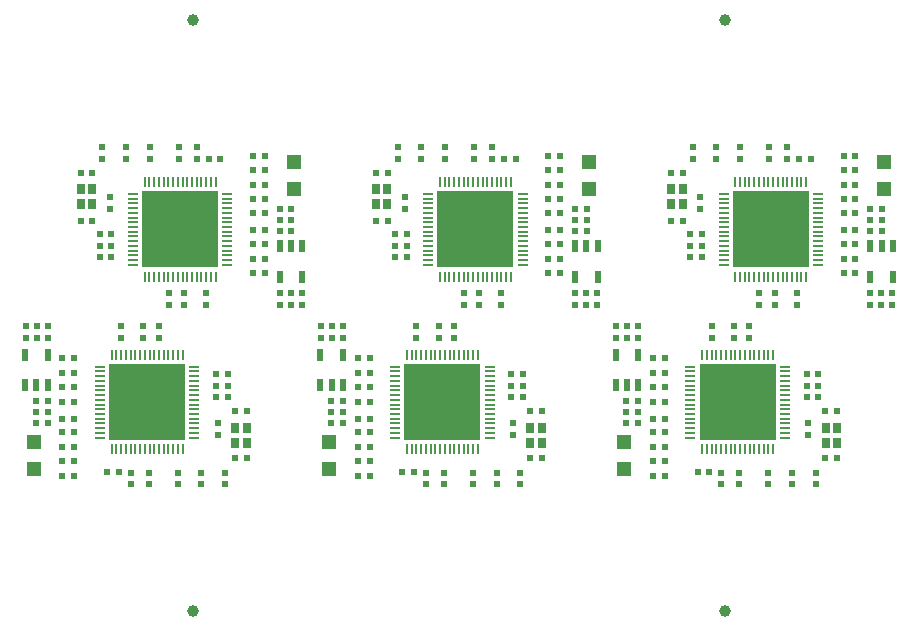
<source format=gbp>
G04*
G04 #@! TF.GenerationSoftware,Altium Limited,Altium Designer,21.1.0 (24)*
G04*
G04 Layer_Color=128*
%FSLAX25Y25*%
%MOIN*%
G70*
G04*
G04 #@! TF.SameCoordinates,3801A82C-AC67-41FB-AA52-F7C80330A8D8*
G04*
G04*
G04 #@! TF.FilePolarity,Positive*
G04*
G01*
G75*
%ADD10C,0.03937*%
%ADD12R,0.01968X0.02362*%
%ADD16R,0.02362X0.01968*%
%ADD26R,0.00984X0.03347*%
%ADD27R,0.03347X0.00984*%
%ADD28R,0.25591X0.25591*%
%ADD29R,0.05000X0.05000*%
%ADD30R,0.03051X0.03445*%
%ADD31R,0.02165X0.03937*%
D10*
X236221Y39369D02*
D03*
X59055D02*
D03*
Y236221D02*
D03*
X236221Y236220D02*
D03*
D12*
X200052Y134305D02*
D03*
Y130368D02*
D03*
X203701Y134305D02*
D03*
Y130368D02*
D03*
X207351Y134305D02*
D03*
Y130368D02*
D03*
X239298D02*
D03*
Y134305D02*
D03*
X231897D02*
D03*
Y130368D02*
D03*
X244416Y134305D02*
D03*
Y130368D02*
D03*
X264126Y102141D02*
D03*
Y98204D02*
D03*
X266536Y85496D02*
D03*
Y81559D02*
D03*
X258662Y85496D02*
D03*
Y81559D02*
D03*
X250788D02*
D03*
Y85496D02*
D03*
X241111D02*
D03*
Y81559D02*
D03*
X235040Y85496D02*
D03*
Y81559D02*
D03*
X101627Y134305D02*
D03*
Y130368D02*
D03*
X105276Y134305D02*
D03*
Y130368D02*
D03*
X108926Y134305D02*
D03*
Y130368D02*
D03*
X140873D02*
D03*
Y134305D02*
D03*
X133471D02*
D03*
Y130368D02*
D03*
X145991Y134305D02*
D03*
Y130368D02*
D03*
X165700Y102141D02*
D03*
Y98204D02*
D03*
X168111Y85496D02*
D03*
Y81559D02*
D03*
X160237Y85496D02*
D03*
Y81559D02*
D03*
X152363D02*
D03*
Y85496D02*
D03*
X142686D02*
D03*
Y81559D02*
D03*
X136615Y85496D02*
D03*
Y81559D02*
D03*
X3201Y134305D02*
D03*
Y130368D02*
D03*
X6851Y134305D02*
D03*
Y130368D02*
D03*
X10501Y134305D02*
D03*
Y130368D02*
D03*
X42448D02*
D03*
Y134305D02*
D03*
X35046D02*
D03*
Y130368D02*
D03*
X47566Y134305D02*
D03*
Y130368D02*
D03*
X67275Y102141D02*
D03*
Y98204D02*
D03*
X69686Y85496D02*
D03*
Y81559D02*
D03*
X61812Y85496D02*
D03*
Y81559D02*
D03*
X53938D02*
D03*
Y85496D02*
D03*
X44261D02*
D03*
Y81559D02*
D03*
X38190Y85496D02*
D03*
Y81559D02*
D03*
X95225Y141286D02*
D03*
Y145223D02*
D03*
X91576Y141286D02*
D03*
Y145223D02*
D03*
X87926Y141286D02*
D03*
Y145223D02*
D03*
X55979D02*
D03*
Y141286D02*
D03*
X63381D02*
D03*
Y145223D02*
D03*
X50861Y141286D02*
D03*
Y145223D02*
D03*
X31152Y173450D02*
D03*
Y177387D02*
D03*
X28741Y190095D02*
D03*
Y194032D02*
D03*
X36615Y190095D02*
D03*
Y194032D02*
D03*
X44489D02*
D03*
Y190095D02*
D03*
X54166D02*
D03*
Y194032D02*
D03*
X60237Y190095D02*
D03*
Y194032D02*
D03*
X193650Y141286D02*
D03*
Y145223D02*
D03*
X190001Y141286D02*
D03*
Y145223D02*
D03*
X186351Y141286D02*
D03*
Y145223D02*
D03*
X154404D02*
D03*
Y141286D02*
D03*
X161806D02*
D03*
Y145223D02*
D03*
X149286Y141286D02*
D03*
Y145223D02*
D03*
X129577Y173450D02*
D03*
Y177387D02*
D03*
X127166Y190095D02*
D03*
Y194032D02*
D03*
X135040Y190095D02*
D03*
Y194032D02*
D03*
X142914D02*
D03*
Y190095D02*
D03*
X152591D02*
D03*
Y194032D02*
D03*
X158662Y190095D02*
D03*
Y194032D02*
D03*
X292076Y141286D02*
D03*
Y145223D02*
D03*
X288426Y141286D02*
D03*
Y145223D02*
D03*
X284776Y141286D02*
D03*
Y145223D02*
D03*
X252829D02*
D03*
Y141286D02*
D03*
X260231D02*
D03*
Y145223D02*
D03*
X247711Y141286D02*
D03*
Y145223D02*
D03*
X228002Y173450D02*
D03*
Y177387D02*
D03*
X225591Y190095D02*
D03*
Y194032D02*
D03*
X233465Y190095D02*
D03*
Y194032D02*
D03*
X241339D02*
D03*
Y190095D02*
D03*
X251016D02*
D03*
Y194032D02*
D03*
X257087Y190095D02*
D03*
Y194032D02*
D03*
D16*
X273731Y106114D02*
D03*
X269794D02*
D03*
Y90366D02*
D03*
X273731D02*
D03*
X203480Y109424D02*
D03*
X207417D02*
D03*
X203480Y105775D02*
D03*
X207417D02*
D03*
X203480Y102125D02*
D03*
X207417D02*
D03*
X267440Y114509D02*
D03*
X263503D02*
D03*
X216261Y109095D02*
D03*
X212324D02*
D03*
Y103407D02*
D03*
X216261D02*
D03*
X231103Y85614D02*
D03*
X227166D02*
D03*
X212324Y123565D02*
D03*
X216261D02*
D03*
X212324Y118750D02*
D03*
X216261D02*
D03*
X212324Y113946D02*
D03*
X216261D02*
D03*
X267440Y110651D02*
D03*
X263503D02*
D03*
X216261Y98937D02*
D03*
X212324D02*
D03*
X216261Y94095D02*
D03*
X212324D02*
D03*
X216261Y89282D02*
D03*
X212324D02*
D03*
X212324Y84449D02*
D03*
X216261D02*
D03*
X263503Y118356D02*
D03*
X267440D02*
D03*
X175306Y106114D02*
D03*
X171369D02*
D03*
Y90366D02*
D03*
X175306D02*
D03*
X105055Y109424D02*
D03*
X108992D02*
D03*
X105055Y105775D02*
D03*
X108992D02*
D03*
X105055Y102125D02*
D03*
X108992D02*
D03*
X169015Y114509D02*
D03*
X165078D02*
D03*
X117835Y109095D02*
D03*
X113899D02*
D03*
Y103407D02*
D03*
X117835D02*
D03*
X132678Y85614D02*
D03*
X128741D02*
D03*
X113899Y123565D02*
D03*
X117835D02*
D03*
X113899Y118750D02*
D03*
X117835D02*
D03*
X113899Y113946D02*
D03*
X117835D02*
D03*
X169015Y110651D02*
D03*
X165078D02*
D03*
X117835Y98937D02*
D03*
X113899D02*
D03*
X117835Y94095D02*
D03*
X113899D02*
D03*
X117835Y89282D02*
D03*
X113899D02*
D03*
X113899Y84449D02*
D03*
X117835D02*
D03*
X165078Y118356D02*
D03*
X169015D02*
D03*
X76881Y106114D02*
D03*
X72944D02*
D03*
Y90366D02*
D03*
X76881D02*
D03*
X6629Y109424D02*
D03*
X10566D02*
D03*
X6629Y105775D02*
D03*
X10566D02*
D03*
X6629Y102125D02*
D03*
X10566D02*
D03*
X70590Y114509D02*
D03*
X66653D02*
D03*
X19410Y109095D02*
D03*
X15473D02*
D03*
Y103407D02*
D03*
X19410D02*
D03*
X34253Y85614D02*
D03*
X30316D02*
D03*
X15473Y123565D02*
D03*
X19410D02*
D03*
X15473Y118750D02*
D03*
X19410D02*
D03*
X15473Y113946D02*
D03*
X19410D02*
D03*
X70590Y110651D02*
D03*
X66653D02*
D03*
X19410Y98937D02*
D03*
X15473D02*
D03*
X19410Y94095D02*
D03*
X15473D02*
D03*
X19410Y89282D02*
D03*
X15473D02*
D03*
X15473Y84449D02*
D03*
X19410D02*
D03*
X66653Y118356D02*
D03*
X70590D02*
D03*
X21546Y169477D02*
D03*
X25483D02*
D03*
Y185225D02*
D03*
X21546D02*
D03*
X91797Y166166D02*
D03*
X87860D02*
D03*
X91797Y169816D02*
D03*
X87860D02*
D03*
X91797Y173466D02*
D03*
X87860D02*
D03*
X27837Y161081D02*
D03*
X31774D02*
D03*
X79016Y166496D02*
D03*
X82953D02*
D03*
Y172183D02*
D03*
X79016D02*
D03*
X64174Y189977D02*
D03*
X68111D02*
D03*
X82953Y152026D02*
D03*
X79016D02*
D03*
X82953Y156841D02*
D03*
X79016D02*
D03*
X82953Y161644D02*
D03*
X79016D02*
D03*
X27837Y164939D02*
D03*
X31774D02*
D03*
X79016Y176654D02*
D03*
X82953D02*
D03*
X79016Y181496D02*
D03*
X82953D02*
D03*
X79016Y186309D02*
D03*
X82953D02*
D03*
X82953Y191142D02*
D03*
X79016D02*
D03*
X31774Y157235D02*
D03*
X27837D02*
D03*
X119971Y169477D02*
D03*
X123908D02*
D03*
Y185225D02*
D03*
X119971D02*
D03*
X190222Y166166D02*
D03*
X186285D02*
D03*
X190222Y169816D02*
D03*
X186285D02*
D03*
X190222Y173466D02*
D03*
X186285D02*
D03*
X126262Y161081D02*
D03*
X130200D02*
D03*
X177442Y166496D02*
D03*
X181379D02*
D03*
Y172183D02*
D03*
X177442D02*
D03*
X162599Y189977D02*
D03*
X166536D02*
D03*
X181379Y152026D02*
D03*
X177442D02*
D03*
X181379Y156841D02*
D03*
X177442D02*
D03*
X181379Y161644D02*
D03*
X177442D02*
D03*
X126262Y164939D02*
D03*
X130200D02*
D03*
X177442Y176654D02*
D03*
X181379D02*
D03*
X177442Y181496D02*
D03*
X181379D02*
D03*
X177442Y186309D02*
D03*
X181379D02*
D03*
X181379Y191142D02*
D03*
X177442D02*
D03*
X130200Y157235D02*
D03*
X126262D02*
D03*
X218396Y169477D02*
D03*
X222333D02*
D03*
Y185225D02*
D03*
X218396D02*
D03*
X288648Y166166D02*
D03*
X284711D02*
D03*
X288648Y169816D02*
D03*
X284711D02*
D03*
X288648Y173466D02*
D03*
X284711D02*
D03*
X224688Y161081D02*
D03*
X228625D02*
D03*
X275867Y166496D02*
D03*
X279804D02*
D03*
Y172183D02*
D03*
X275867D02*
D03*
X261024Y189977D02*
D03*
X264961D02*
D03*
X279804Y152026D02*
D03*
X275867D02*
D03*
X279804Y156841D02*
D03*
X275867D02*
D03*
X279804Y161644D02*
D03*
X275867D02*
D03*
X224688Y164939D02*
D03*
X228625D02*
D03*
X275867Y176654D02*
D03*
X279804D02*
D03*
X275867Y181496D02*
D03*
X279804D02*
D03*
X275867Y186309D02*
D03*
X279804D02*
D03*
X279804Y191142D02*
D03*
X275867D02*
D03*
X228625Y157235D02*
D03*
X224688D02*
D03*
D26*
X228747Y124746D02*
D03*
X230322D02*
D03*
X231897D02*
D03*
X233471D02*
D03*
X235046D02*
D03*
X236621D02*
D03*
X238196D02*
D03*
X239771D02*
D03*
X241345D02*
D03*
X242920D02*
D03*
X244495D02*
D03*
X246070D02*
D03*
X247645D02*
D03*
X249219D02*
D03*
X250794D02*
D03*
X252369D02*
D03*
X228747Y93250D02*
D03*
X230322D02*
D03*
X231897D02*
D03*
X233471D02*
D03*
X235046D02*
D03*
X238196D02*
D03*
X239771D02*
D03*
X241345D02*
D03*
X242920D02*
D03*
X244495D02*
D03*
X246070D02*
D03*
X249219D02*
D03*
X250794D02*
D03*
X252369D02*
D03*
X236621D02*
D03*
X247645D02*
D03*
X130322Y124746D02*
D03*
X131897D02*
D03*
X133471D02*
D03*
X135046D02*
D03*
X136621D02*
D03*
X138196D02*
D03*
X139771D02*
D03*
X141345D02*
D03*
X142920D02*
D03*
X144495D02*
D03*
X146070D02*
D03*
X147645D02*
D03*
X149219D02*
D03*
X150794D02*
D03*
X152369D02*
D03*
X153944D02*
D03*
X130322Y93250D02*
D03*
X131897D02*
D03*
X133471D02*
D03*
X135046D02*
D03*
X136621D02*
D03*
X139771D02*
D03*
X141345D02*
D03*
X142920D02*
D03*
X144495D02*
D03*
X146070D02*
D03*
X147645D02*
D03*
X150794D02*
D03*
X152369D02*
D03*
X153944D02*
D03*
X138196D02*
D03*
X149219D02*
D03*
X31897Y124746D02*
D03*
X33471D02*
D03*
X35046D02*
D03*
X36621D02*
D03*
X38196D02*
D03*
X39771D02*
D03*
X41345D02*
D03*
X42920D02*
D03*
X44495D02*
D03*
X46070D02*
D03*
X47645D02*
D03*
X49219D02*
D03*
X50794D02*
D03*
X52369D02*
D03*
X53944D02*
D03*
X55519D02*
D03*
X31897Y93250D02*
D03*
X33471D02*
D03*
X35046D02*
D03*
X36621D02*
D03*
X38196D02*
D03*
X41345D02*
D03*
X42920D02*
D03*
X44495D02*
D03*
X46070D02*
D03*
X47645D02*
D03*
X49219D02*
D03*
X52369D02*
D03*
X53944D02*
D03*
X55519D02*
D03*
X39771D02*
D03*
X50794D02*
D03*
X66530Y150845D02*
D03*
X64955D02*
D03*
X63381D02*
D03*
X61806D02*
D03*
X60231D02*
D03*
X58656D02*
D03*
X57081D02*
D03*
X55507D02*
D03*
X53932D02*
D03*
X52357D02*
D03*
X50782D02*
D03*
X49207D02*
D03*
X47633D02*
D03*
X46058D02*
D03*
X44483D02*
D03*
X42908D02*
D03*
X66530Y182341D02*
D03*
X64955D02*
D03*
X63381D02*
D03*
X61806D02*
D03*
X60231D02*
D03*
X57081D02*
D03*
X55507D02*
D03*
X53932D02*
D03*
X52357D02*
D03*
X50782D02*
D03*
X49207D02*
D03*
X46058D02*
D03*
X44483D02*
D03*
X42908D02*
D03*
X58656D02*
D03*
X47633D02*
D03*
X164955Y150845D02*
D03*
X163381D02*
D03*
X161806D02*
D03*
X160231D02*
D03*
X158656D02*
D03*
X157081D02*
D03*
X155507D02*
D03*
X153932D02*
D03*
X152357D02*
D03*
X150782D02*
D03*
X149207D02*
D03*
X147633D02*
D03*
X146058D02*
D03*
X144483D02*
D03*
X142908D02*
D03*
X141333D02*
D03*
X164955Y182341D02*
D03*
X163381D02*
D03*
X161806D02*
D03*
X160231D02*
D03*
X158656D02*
D03*
X155507D02*
D03*
X153932D02*
D03*
X152357D02*
D03*
X150782D02*
D03*
X149207D02*
D03*
X147633D02*
D03*
X144483D02*
D03*
X142908D02*
D03*
X141333D02*
D03*
X157081D02*
D03*
X146058D02*
D03*
X263381Y150845D02*
D03*
X261806D02*
D03*
X260231D02*
D03*
X258656D02*
D03*
X257081D02*
D03*
X255507D02*
D03*
X253932D02*
D03*
X252357D02*
D03*
X250782D02*
D03*
X249207D02*
D03*
X247633D02*
D03*
X246058D02*
D03*
X244483D02*
D03*
X242908D02*
D03*
X241333D02*
D03*
X239759D02*
D03*
X263381Y182341D02*
D03*
X261806D02*
D03*
X260231D02*
D03*
X258656D02*
D03*
X257081D02*
D03*
X253932D02*
D03*
X252357D02*
D03*
X250782D02*
D03*
X249207D02*
D03*
X247633D02*
D03*
X246058D02*
D03*
X242908D02*
D03*
X241333D02*
D03*
X239759D02*
D03*
X255507D02*
D03*
X244483D02*
D03*
D27*
X224810Y119234D02*
D03*
Y117659D02*
D03*
Y116084D02*
D03*
Y114509D02*
D03*
Y112935D02*
D03*
Y111360D02*
D03*
Y109785D02*
D03*
Y106635D02*
D03*
Y105061D02*
D03*
Y103486D02*
D03*
Y97187D02*
D03*
X256306D02*
D03*
Y98761D02*
D03*
Y100336D02*
D03*
Y101911D02*
D03*
Y103486D02*
D03*
Y105061D02*
D03*
Y106635D02*
D03*
Y108210D02*
D03*
Y109785D02*
D03*
Y111360D02*
D03*
Y112935D02*
D03*
Y116084D02*
D03*
Y117659D02*
D03*
Y119234D02*
D03*
Y120809D02*
D03*
X224810Y98761D02*
D03*
Y100336D02*
D03*
Y101911D02*
D03*
Y120809D02*
D03*
Y108210D02*
D03*
X256306Y114509D02*
D03*
X126385Y119234D02*
D03*
Y117659D02*
D03*
Y116084D02*
D03*
Y114509D02*
D03*
Y112935D02*
D03*
Y111360D02*
D03*
Y109785D02*
D03*
Y106635D02*
D03*
Y105061D02*
D03*
Y103486D02*
D03*
Y97187D02*
D03*
X157881D02*
D03*
Y98761D02*
D03*
Y100336D02*
D03*
Y101911D02*
D03*
Y103486D02*
D03*
Y105061D02*
D03*
Y106635D02*
D03*
Y108210D02*
D03*
Y109785D02*
D03*
Y111360D02*
D03*
Y112935D02*
D03*
Y116084D02*
D03*
Y117659D02*
D03*
Y119234D02*
D03*
Y120809D02*
D03*
X126385Y98761D02*
D03*
Y100336D02*
D03*
Y101911D02*
D03*
Y120809D02*
D03*
Y108210D02*
D03*
X157881Y114509D02*
D03*
X27960Y119234D02*
D03*
Y117659D02*
D03*
Y116084D02*
D03*
Y114509D02*
D03*
Y112935D02*
D03*
Y111360D02*
D03*
Y109785D02*
D03*
Y106635D02*
D03*
Y105061D02*
D03*
Y103486D02*
D03*
Y97187D02*
D03*
X59456D02*
D03*
Y98761D02*
D03*
Y100336D02*
D03*
Y101911D02*
D03*
Y103486D02*
D03*
Y105061D02*
D03*
Y106635D02*
D03*
Y108210D02*
D03*
Y109785D02*
D03*
Y111360D02*
D03*
Y112935D02*
D03*
Y116084D02*
D03*
Y117659D02*
D03*
Y119234D02*
D03*
Y120809D02*
D03*
X27960Y98761D02*
D03*
Y100336D02*
D03*
Y101911D02*
D03*
Y120809D02*
D03*
Y108210D02*
D03*
X59456Y114509D02*
D03*
X70467Y156357D02*
D03*
Y157931D02*
D03*
Y159506D02*
D03*
Y161081D02*
D03*
Y162656D02*
D03*
Y164231D02*
D03*
Y165805D02*
D03*
Y168955D02*
D03*
Y170530D02*
D03*
Y172105D02*
D03*
Y178404D02*
D03*
X38971D02*
D03*
Y176829D02*
D03*
Y175254D02*
D03*
Y173679D02*
D03*
Y172105D02*
D03*
Y170530D02*
D03*
Y168955D02*
D03*
Y167380D02*
D03*
Y165805D02*
D03*
Y164231D02*
D03*
Y162656D02*
D03*
Y159506D02*
D03*
Y157931D02*
D03*
Y156357D02*
D03*
Y154782D02*
D03*
X70467Y176829D02*
D03*
Y175254D02*
D03*
Y173679D02*
D03*
Y154782D02*
D03*
Y167380D02*
D03*
X38971Y161081D02*
D03*
X168892Y156357D02*
D03*
Y157931D02*
D03*
Y159506D02*
D03*
Y161081D02*
D03*
Y162656D02*
D03*
Y164231D02*
D03*
Y165805D02*
D03*
Y168955D02*
D03*
Y170530D02*
D03*
Y172105D02*
D03*
Y178404D02*
D03*
X137396D02*
D03*
Y176829D02*
D03*
Y175254D02*
D03*
Y173679D02*
D03*
Y172105D02*
D03*
Y170530D02*
D03*
Y168955D02*
D03*
Y167380D02*
D03*
Y165805D02*
D03*
Y164231D02*
D03*
Y162656D02*
D03*
Y159506D02*
D03*
Y157931D02*
D03*
Y156357D02*
D03*
Y154782D02*
D03*
X168892Y176829D02*
D03*
Y175254D02*
D03*
Y173679D02*
D03*
Y154782D02*
D03*
Y167380D02*
D03*
X137396Y161081D02*
D03*
X267318Y156357D02*
D03*
Y157931D02*
D03*
Y159506D02*
D03*
Y161081D02*
D03*
Y162656D02*
D03*
Y164231D02*
D03*
Y165805D02*
D03*
Y168955D02*
D03*
Y170530D02*
D03*
Y172105D02*
D03*
Y178404D02*
D03*
X235822D02*
D03*
Y176829D02*
D03*
Y175254D02*
D03*
Y173679D02*
D03*
Y172105D02*
D03*
Y170530D02*
D03*
Y168955D02*
D03*
Y167380D02*
D03*
Y165805D02*
D03*
Y164231D02*
D03*
Y162656D02*
D03*
Y159506D02*
D03*
Y157931D02*
D03*
Y156357D02*
D03*
Y154782D02*
D03*
X267318Y176829D02*
D03*
Y175254D02*
D03*
Y173679D02*
D03*
Y154782D02*
D03*
Y167380D02*
D03*
X235822Y161081D02*
D03*
D28*
X240558Y108998D02*
D03*
X142133D02*
D03*
X43708D02*
D03*
X54719Y166593D02*
D03*
X153144D02*
D03*
X251570D02*
D03*
D29*
X202757Y86646D02*
D03*
Y95646D02*
D03*
X104332Y86646D02*
D03*
Y95646D02*
D03*
X5906Y86646D02*
D03*
Y95646D02*
D03*
X92520Y188945D02*
D03*
Y179945D02*
D03*
X190946Y188945D02*
D03*
Y179945D02*
D03*
X289371Y188945D02*
D03*
Y179945D02*
D03*
D30*
X273731Y95474D02*
D03*
X269893Y100494D02*
D03*
Y95474D02*
D03*
X273731Y100494D02*
D03*
X175306Y95474D02*
D03*
X171468Y100494D02*
D03*
Y95474D02*
D03*
X175306Y100494D02*
D03*
X76881Y95474D02*
D03*
X73042Y100494D02*
D03*
Y95474D02*
D03*
X76881Y100494D02*
D03*
X21546Y180116D02*
D03*
X25384Y175097D02*
D03*
Y180116D02*
D03*
X21546Y175097D02*
D03*
X119971Y180116D02*
D03*
X123810Y175097D02*
D03*
Y180116D02*
D03*
X119971Y175097D02*
D03*
X218396Y180116D02*
D03*
X222235Y175097D02*
D03*
Y180116D02*
D03*
X218396Y175097D02*
D03*
D31*
X207351Y124850D02*
D03*
Y114614D02*
D03*
X199871Y124850D02*
D03*
Y114614D02*
D03*
X203611D02*
D03*
X108926Y124850D02*
D03*
Y114614D02*
D03*
X101445Y124850D02*
D03*
Y114614D02*
D03*
X105186D02*
D03*
X10501Y124850D02*
D03*
Y114614D02*
D03*
X3020Y124850D02*
D03*
Y114614D02*
D03*
X6761D02*
D03*
X87926Y150740D02*
D03*
Y160976D02*
D03*
X95406Y150740D02*
D03*
Y160976D02*
D03*
X91666D02*
D03*
X186351Y150740D02*
D03*
Y160976D02*
D03*
X193832Y150740D02*
D03*
Y160976D02*
D03*
X190092D02*
D03*
X284776Y150740D02*
D03*
Y160976D02*
D03*
X292257Y150740D02*
D03*
Y160976D02*
D03*
X288517D02*
D03*
M02*

</source>
